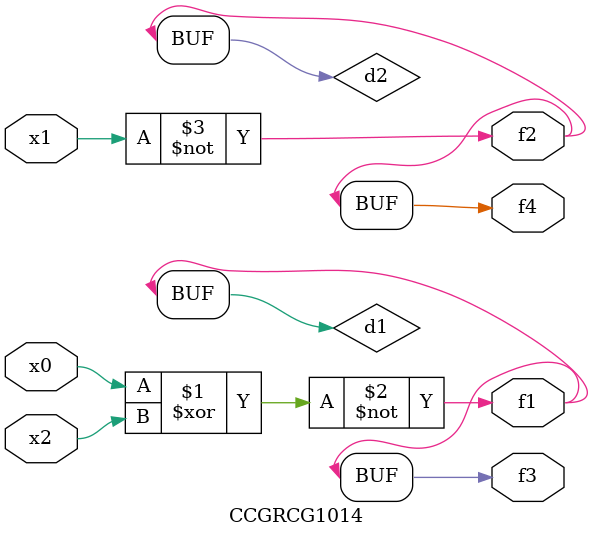
<source format=v>
module CCGRCG1014(
	input x0, x1, x2,
	output f1, f2, f3, f4
);

	wire d1, d2, d3;

	xnor (d1, x0, x2);
	nand (d2, x1);
	nor (d3, x1, x2);
	assign f1 = d1;
	assign f2 = d2;
	assign f3 = d1;
	assign f4 = d2;
endmodule

</source>
